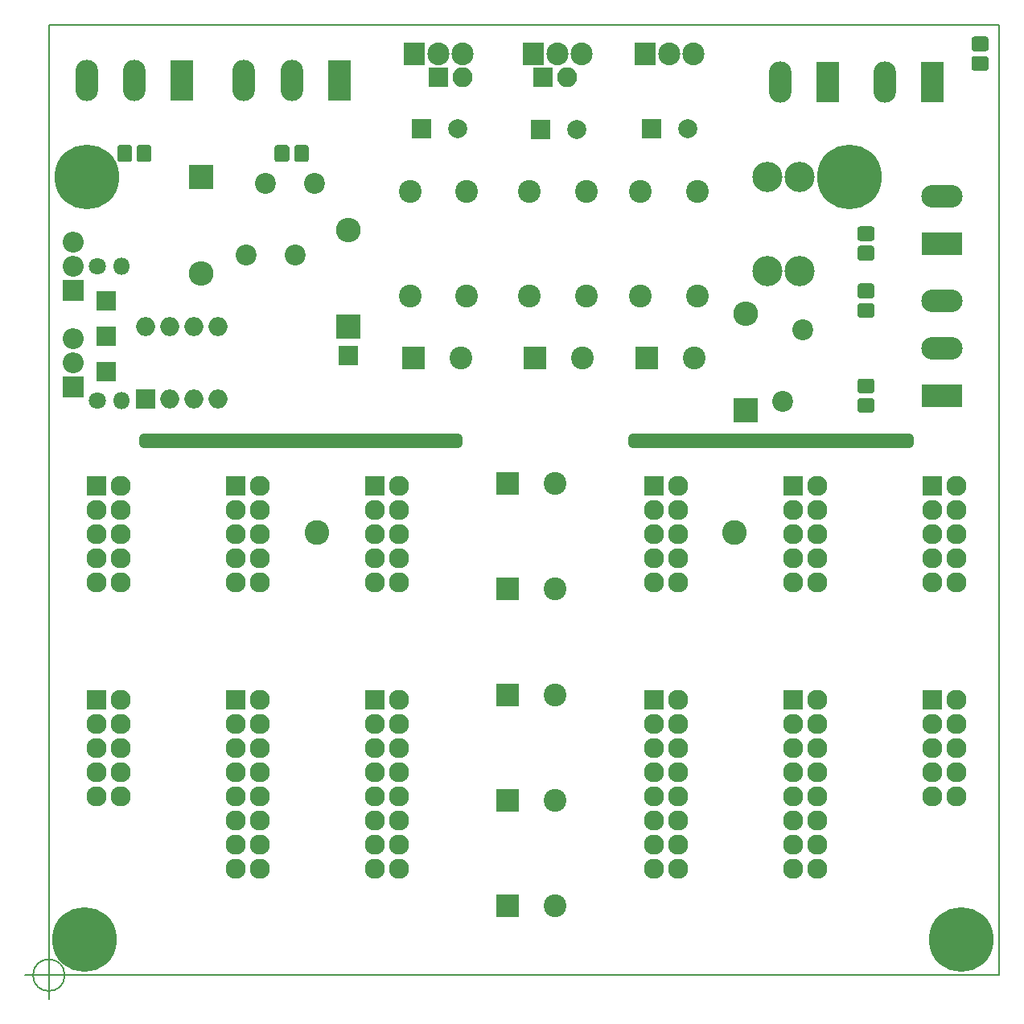
<source format=gbr>
%TF.GenerationSoftware,KiCad,Pcbnew,(5.0.0)*%
%TF.CreationDate,2019-01-15T18:54:47+01:00*%
%TF.ProjectId,KicadEuropower,4B696361644575726F706F7765722E6B,Rev B*%
%TF.SameCoordinates,Original*%
%TF.FileFunction,Soldermask,Top*%
%TF.FilePolarity,Negative*%
%FSLAX46Y46*%
G04 Gerber Fmt 4.6, Leading zero omitted, Abs format (unit mm)*
G04 Created by KiCad (PCBNEW (5.0.0)) date 01/15/19 18:54:47*
%MOMM*%
%LPD*%
G01*
G04 APERTURE LIST*
%ADD10C,1.000000*%
%ADD11C,0.150000*%
%ADD12C,0.200000*%
%ADD13C,2.600000*%
%ADD14C,1.200000*%
%ADD15C,6.800000*%
%ADD16C,3.180000*%
%ADD17R,2.127200X2.127200*%
%ADD18O,2.127200X2.127200*%
%ADD19C,2.200000*%
%ADD20C,2.000000*%
%ADD21R,2.000000X2.000000*%
%ADD22C,2.398980*%
%ADD23O,2.380000X4.360000*%
%ADD24R,2.380000X4.360000*%
%ADD25R,4.360000X2.380000*%
%ADD26O,4.360000X2.380000*%
%ADD27R,2.305000X2.400000*%
%ADD28O,2.305000X2.400000*%
%ADD29O,2.600000X2.600000*%
%ADD30R,2.600000X2.600000*%
%ADD31C,1.550000*%
%ADD32C,2.400000*%
%ADD33R,2.400000X2.400000*%
%ADD34O,2.200000X2.200000*%
%ADD35R,2.200000X2.200000*%
%ADD36O,1.800000X1.800000*%
%ADD37C,1.800000*%
%ADD38O,2.000000X2.000000*%
%ADD39R,2.100000X2.100000*%
%ADD40O,2.100000X2.100000*%
G04 APERTURE END LIST*
D10*
X161500000Y-94000000D02*
X161500000Y-93500000D01*
X161500000Y-93500000D02*
X190500000Y-93500000D01*
X190500000Y-94000000D02*
X161500000Y-94000000D01*
X190500000Y-93500000D02*
X190500000Y-94000000D01*
X110000000Y-94000000D02*
X110000000Y-93500000D01*
X143000000Y-94000000D02*
X110000000Y-94000000D01*
X143000000Y-93500000D02*
X143000000Y-94000000D01*
X110000000Y-93500000D02*
X143000000Y-93500000D01*
D11*
X101666666Y-150000000D02*
G75*
G03X101666666Y-150000000I-1666666J0D01*
G01*
X97500000Y-150000000D02*
X102500000Y-150000000D01*
X100000000Y-147500000D02*
X100000000Y-152500000D01*
D12*
X200000000Y-50000000D02*
X100000000Y-50000000D01*
X200000000Y-150000000D02*
X200000000Y-50000000D01*
X100000000Y-150000000D02*
X200000000Y-150000000D01*
X100000000Y-50000000D02*
X100000000Y-150000000D01*
D13*
X128200000Y-103400000D03*
D14*
X185947056Y-64302944D03*
X184250000Y-63600000D03*
X182552944Y-64302944D03*
X181850000Y-66000000D03*
X182552944Y-67697056D03*
X184250000Y-68400000D03*
X185947056Y-67697056D03*
X186650000Y-66000000D03*
D15*
X184250000Y-66000000D03*
X104000000Y-66000000D03*
D14*
X106400000Y-66000000D03*
X105697056Y-67697056D03*
X104000000Y-68400000D03*
X102302944Y-67697056D03*
X101600000Y-66000000D03*
X102302944Y-64302944D03*
X104000000Y-63600000D03*
X105697056Y-64302944D03*
D15*
X196000000Y-146250000D03*
D14*
X198400000Y-146250000D03*
X197697056Y-147947056D03*
X196000000Y-148650000D03*
X194302944Y-147947056D03*
X193600000Y-146250000D03*
X194302944Y-144552944D03*
X196000000Y-143850000D03*
X197697056Y-144552944D03*
D16*
X179000000Y-66000000D03*
X175600000Y-66000000D03*
X179000000Y-75920000D03*
X175600000Y-75920000D03*
D17*
X178333330Y-98535001D03*
D18*
X180873330Y-98535001D03*
X178333330Y-101075001D03*
X180873330Y-101075001D03*
X178333330Y-103615001D03*
X180873330Y-103615001D03*
X178333330Y-106155001D03*
X180873330Y-106155001D03*
X178333330Y-108695001D03*
X180873330Y-108695001D03*
D17*
X163666664Y-121000000D03*
D18*
X166206664Y-121000000D03*
X163666664Y-123540000D03*
X166206664Y-123540000D03*
X163666664Y-126080000D03*
X166206664Y-126080000D03*
X163666664Y-128620000D03*
X166206664Y-128620000D03*
X163666664Y-131160000D03*
X166206664Y-131160000D03*
X163666664Y-133700000D03*
X166206664Y-133700000D03*
X163666664Y-136240000D03*
X166206664Y-136240000D03*
X163666664Y-138780000D03*
X166206664Y-138780000D03*
X195540000Y-108695001D03*
X193000000Y-108695001D03*
X195540000Y-106155001D03*
X193000000Y-106155001D03*
X195540000Y-103615001D03*
X193000000Y-103615001D03*
X195540000Y-101075001D03*
X193000000Y-101075001D03*
X195540000Y-98535001D03*
D17*
X193000000Y-98535001D03*
D18*
X122206666Y-138780000D03*
X119666666Y-138780000D03*
X122206666Y-136240000D03*
X119666666Y-136240000D03*
X122206666Y-133700000D03*
X119666666Y-133700000D03*
X122206666Y-131160000D03*
X119666666Y-131160000D03*
X122206666Y-128620000D03*
X119666666Y-128620000D03*
X122206666Y-126080000D03*
X119666666Y-126080000D03*
X122206666Y-123540000D03*
X119666666Y-123540000D03*
X122206666Y-121000000D03*
D17*
X119666666Y-121000000D03*
X193000000Y-121000000D03*
D18*
X195540000Y-121000000D03*
X193000000Y-123540000D03*
X195540000Y-123540000D03*
X193000000Y-126080000D03*
X195540000Y-126080000D03*
X193000000Y-128620000D03*
X195540000Y-128620000D03*
X193000000Y-131160000D03*
X195540000Y-131160000D03*
D17*
X134333332Y-121000000D03*
D18*
X136873332Y-121000000D03*
X134333332Y-123540000D03*
X136873332Y-123540000D03*
X134333332Y-126080000D03*
X136873332Y-126080000D03*
X134333332Y-128620000D03*
X136873332Y-128620000D03*
X134333332Y-131160000D03*
X136873332Y-131160000D03*
X134333332Y-133700000D03*
X136873332Y-133700000D03*
X134333332Y-136240000D03*
X136873332Y-136240000D03*
X134333332Y-138780000D03*
X136873332Y-138780000D03*
X107540000Y-108695001D03*
X105000000Y-108695001D03*
X107540000Y-106155001D03*
X105000000Y-106155001D03*
X107540000Y-103615001D03*
X105000000Y-103615001D03*
X107540000Y-101075001D03*
X105000000Y-101075001D03*
X107540000Y-98535001D03*
D17*
X105000000Y-98535001D03*
D18*
X180873330Y-138780000D03*
X178333330Y-138780000D03*
X180873330Y-136240000D03*
X178333330Y-136240000D03*
X180873330Y-133700000D03*
X178333330Y-133700000D03*
X180873330Y-131160000D03*
X178333330Y-131160000D03*
X180873330Y-128620000D03*
X178333330Y-128620000D03*
X180873330Y-126080000D03*
X178333330Y-126080000D03*
X180873330Y-123540000D03*
X178333330Y-123540000D03*
X180873330Y-121000000D03*
D17*
X178333330Y-121000000D03*
D18*
X166206664Y-108695001D03*
X163666664Y-108695001D03*
X166206664Y-106155001D03*
X163666664Y-106155001D03*
X166206664Y-103615001D03*
X163666664Y-103615001D03*
X166206664Y-101075001D03*
X163666664Y-101075001D03*
X166206664Y-98535001D03*
D17*
X163666664Y-98535001D03*
X119666666Y-98535001D03*
D18*
X122206666Y-98535001D03*
X119666666Y-101075001D03*
X122206666Y-101075001D03*
X119666666Y-103615001D03*
X122206666Y-103615001D03*
X119666666Y-106155001D03*
X122206666Y-106155001D03*
X119666666Y-108695001D03*
X122206666Y-108695001D03*
X107540000Y-131160000D03*
X105000000Y-131160000D03*
X107540000Y-128620000D03*
X105000000Y-128620000D03*
X107540000Y-126080000D03*
X105000000Y-126080000D03*
X107540000Y-123540000D03*
X105000000Y-123540000D03*
X107540000Y-121000000D03*
D17*
X105000000Y-121000000D03*
X134290000Y-98535001D03*
D18*
X136830000Y-98535001D03*
X134290000Y-101075001D03*
X136830000Y-101075001D03*
X134290000Y-103615001D03*
X136830000Y-103615001D03*
X134290000Y-106155001D03*
X136830000Y-106155001D03*
X134290000Y-108695001D03*
X136830000Y-108695001D03*
D19*
X179324696Y-82089161D03*
X177274696Y-89589161D03*
D20*
X155537349Y-61000000D03*
D21*
X151737349Y-61000000D03*
X163467349Y-60890000D03*
D20*
X167267349Y-60890000D03*
D21*
X139197349Y-60890000D03*
D20*
X142997349Y-60890000D03*
D22*
X156539740Y-78499100D03*
X156539740Y-67500900D03*
X150540260Y-78499100D03*
X150540260Y-67500900D03*
X168269740Y-78499100D03*
X168269740Y-67500900D03*
X162270260Y-78499100D03*
X162270260Y-67500900D03*
X138000260Y-67500900D03*
X138000260Y-78499100D03*
X143999740Y-67500900D03*
X143999740Y-78499100D03*
D23*
X177000000Y-56000000D03*
D24*
X182000000Y-56000000D03*
X193000000Y-56000000D03*
D23*
X188000000Y-56000000D03*
D25*
X194000000Y-73000000D03*
D26*
X194000000Y-68000000D03*
D24*
X114000000Y-55816585D03*
D23*
X109000000Y-55816585D03*
X104000000Y-55816585D03*
X120553224Y-55816585D03*
X125553224Y-55816585D03*
D24*
X130553224Y-55816585D03*
D25*
X194000000Y-89000000D03*
D26*
X194000000Y-84000000D03*
X194000000Y-79000000D03*
D19*
X128000000Y-66700000D03*
X125950000Y-74200000D03*
X122796854Y-66700000D03*
X120746854Y-74200000D03*
D27*
X151000000Y-53000000D03*
D28*
X153540000Y-53000000D03*
X156080000Y-53000000D03*
D27*
X162730000Y-53000000D03*
D28*
X165270000Y-53000000D03*
X167810000Y-53000000D03*
X143540000Y-53000000D03*
X141000000Y-53000000D03*
D27*
X138460000Y-53000000D03*
D29*
X131500000Y-71590000D03*
D30*
X131500000Y-81750000D03*
X173324696Y-90500000D03*
D29*
X173324696Y-80340000D03*
D11*
G36*
X198596071Y-53251623D02*
X198628781Y-53256475D01*
X198660857Y-53264509D01*
X198691991Y-53275649D01*
X198721884Y-53289787D01*
X198750247Y-53306787D01*
X198776807Y-53326485D01*
X198801308Y-53348692D01*
X198823515Y-53373193D01*
X198843213Y-53399753D01*
X198860213Y-53428116D01*
X198874351Y-53458009D01*
X198885491Y-53489143D01*
X198893525Y-53521219D01*
X198898377Y-53553929D01*
X198900000Y-53586956D01*
X198900000Y-54463044D01*
X198898377Y-54496071D01*
X198893525Y-54528781D01*
X198885491Y-54560857D01*
X198874351Y-54591991D01*
X198860213Y-54621884D01*
X198843213Y-54650247D01*
X198823515Y-54676807D01*
X198801308Y-54701308D01*
X198776807Y-54723515D01*
X198750247Y-54743213D01*
X198721884Y-54760213D01*
X198691991Y-54774351D01*
X198660857Y-54785491D01*
X198628781Y-54793525D01*
X198596071Y-54798377D01*
X198563044Y-54800000D01*
X197436956Y-54800000D01*
X197403929Y-54798377D01*
X197371219Y-54793525D01*
X197339143Y-54785491D01*
X197308009Y-54774351D01*
X197278116Y-54760213D01*
X197249753Y-54743213D01*
X197223193Y-54723515D01*
X197198692Y-54701308D01*
X197176485Y-54676807D01*
X197156787Y-54650247D01*
X197139787Y-54621884D01*
X197125649Y-54591991D01*
X197114509Y-54560857D01*
X197106475Y-54528781D01*
X197101623Y-54496071D01*
X197100000Y-54463044D01*
X197100000Y-53586956D01*
X197101623Y-53553929D01*
X197106475Y-53521219D01*
X197114509Y-53489143D01*
X197125649Y-53458009D01*
X197139787Y-53428116D01*
X197156787Y-53399753D01*
X197176485Y-53373193D01*
X197198692Y-53348692D01*
X197223193Y-53326485D01*
X197249753Y-53306787D01*
X197278116Y-53289787D01*
X197308009Y-53275649D01*
X197339143Y-53264509D01*
X197371219Y-53256475D01*
X197403929Y-53251623D01*
X197436956Y-53250000D01*
X198563044Y-53250000D01*
X198596071Y-53251623D01*
X198596071Y-53251623D01*
G37*
D31*
X198000000Y-54025000D03*
D11*
G36*
X198596071Y-51201623D02*
X198628781Y-51206475D01*
X198660857Y-51214509D01*
X198691991Y-51225649D01*
X198721884Y-51239787D01*
X198750247Y-51256787D01*
X198776807Y-51276485D01*
X198801308Y-51298692D01*
X198823515Y-51323193D01*
X198843213Y-51349753D01*
X198860213Y-51378116D01*
X198874351Y-51408009D01*
X198885491Y-51439143D01*
X198893525Y-51471219D01*
X198898377Y-51503929D01*
X198900000Y-51536956D01*
X198900000Y-52413044D01*
X198898377Y-52446071D01*
X198893525Y-52478781D01*
X198885491Y-52510857D01*
X198874351Y-52541991D01*
X198860213Y-52571884D01*
X198843213Y-52600247D01*
X198823515Y-52626807D01*
X198801308Y-52651308D01*
X198776807Y-52673515D01*
X198750247Y-52693213D01*
X198721884Y-52710213D01*
X198691991Y-52724351D01*
X198660857Y-52735491D01*
X198628781Y-52743525D01*
X198596071Y-52748377D01*
X198563044Y-52750000D01*
X197436956Y-52750000D01*
X197403929Y-52748377D01*
X197371219Y-52743525D01*
X197339143Y-52735491D01*
X197308009Y-52724351D01*
X197278116Y-52710213D01*
X197249753Y-52693213D01*
X197223193Y-52673515D01*
X197198692Y-52651308D01*
X197176485Y-52626807D01*
X197156787Y-52600247D01*
X197139787Y-52571884D01*
X197125649Y-52541991D01*
X197114509Y-52510857D01*
X197106475Y-52478781D01*
X197101623Y-52446071D01*
X197100000Y-52413044D01*
X197100000Y-51536956D01*
X197101623Y-51503929D01*
X197106475Y-51471219D01*
X197114509Y-51439143D01*
X197125649Y-51408009D01*
X197139787Y-51378116D01*
X197156787Y-51349753D01*
X197176485Y-51323193D01*
X197198692Y-51298692D01*
X197223193Y-51276485D01*
X197249753Y-51256787D01*
X197278116Y-51239787D01*
X197308009Y-51225649D01*
X197339143Y-51214509D01*
X197371219Y-51206475D01*
X197403929Y-51201623D01*
X197436956Y-51200000D01*
X198563044Y-51200000D01*
X198596071Y-51201623D01*
X198596071Y-51201623D01*
G37*
D31*
X198000000Y-51975000D03*
D11*
G36*
X124999295Y-62617569D02*
X125032005Y-62622421D01*
X125064081Y-62630455D01*
X125095215Y-62641595D01*
X125125108Y-62655733D01*
X125153471Y-62672733D01*
X125180031Y-62692431D01*
X125204532Y-62714638D01*
X125226739Y-62739139D01*
X125246437Y-62765699D01*
X125263437Y-62794062D01*
X125277575Y-62823955D01*
X125288715Y-62855089D01*
X125296749Y-62887165D01*
X125301601Y-62919875D01*
X125303224Y-62952902D01*
X125303224Y-64078990D01*
X125301601Y-64112017D01*
X125296749Y-64144727D01*
X125288715Y-64176803D01*
X125277575Y-64207937D01*
X125263437Y-64237830D01*
X125246437Y-64266193D01*
X125226739Y-64292753D01*
X125204532Y-64317254D01*
X125180031Y-64339461D01*
X125153471Y-64359159D01*
X125125108Y-64376159D01*
X125095215Y-64390297D01*
X125064081Y-64401437D01*
X125032005Y-64409471D01*
X124999295Y-64414323D01*
X124966268Y-64415946D01*
X124090180Y-64415946D01*
X124057153Y-64414323D01*
X124024443Y-64409471D01*
X123992367Y-64401437D01*
X123961233Y-64390297D01*
X123931340Y-64376159D01*
X123902977Y-64359159D01*
X123876417Y-64339461D01*
X123851916Y-64317254D01*
X123829709Y-64292753D01*
X123810011Y-64266193D01*
X123793011Y-64237830D01*
X123778873Y-64207937D01*
X123767733Y-64176803D01*
X123759699Y-64144727D01*
X123754847Y-64112017D01*
X123753224Y-64078990D01*
X123753224Y-62952902D01*
X123754847Y-62919875D01*
X123759699Y-62887165D01*
X123767733Y-62855089D01*
X123778873Y-62823955D01*
X123793011Y-62794062D01*
X123810011Y-62765699D01*
X123829709Y-62739139D01*
X123851916Y-62714638D01*
X123876417Y-62692431D01*
X123902977Y-62672733D01*
X123931340Y-62655733D01*
X123961233Y-62641595D01*
X123992367Y-62630455D01*
X124024443Y-62622421D01*
X124057153Y-62617569D01*
X124090180Y-62615946D01*
X124966268Y-62615946D01*
X124999295Y-62617569D01*
X124999295Y-62617569D01*
G37*
D31*
X124528224Y-63515946D03*
D11*
G36*
X127049295Y-62617569D02*
X127082005Y-62622421D01*
X127114081Y-62630455D01*
X127145215Y-62641595D01*
X127175108Y-62655733D01*
X127203471Y-62672733D01*
X127230031Y-62692431D01*
X127254532Y-62714638D01*
X127276739Y-62739139D01*
X127296437Y-62765699D01*
X127313437Y-62794062D01*
X127327575Y-62823955D01*
X127338715Y-62855089D01*
X127346749Y-62887165D01*
X127351601Y-62919875D01*
X127353224Y-62952902D01*
X127353224Y-64078990D01*
X127351601Y-64112017D01*
X127346749Y-64144727D01*
X127338715Y-64176803D01*
X127327575Y-64207937D01*
X127313437Y-64237830D01*
X127296437Y-64266193D01*
X127276739Y-64292753D01*
X127254532Y-64317254D01*
X127230031Y-64339461D01*
X127203471Y-64359159D01*
X127175108Y-64376159D01*
X127145215Y-64390297D01*
X127114081Y-64401437D01*
X127082005Y-64409471D01*
X127049295Y-64414323D01*
X127016268Y-64415946D01*
X126140180Y-64415946D01*
X126107153Y-64414323D01*
X126074443Y-64409471D01*
X126042367Y-64401437D01*
X126011233Y-64390297D01*
X125981340Y-64376159D01*
X125952977Y-64359159D01*
X125926417Y-64339461D01*
X125901916Y-64317254D01*
X125879709Y-64292753D01*
X125860011Y-64266193D01*
X125843011Y-64237830D01*
X125828873Y-64207937D01*
X125817733Y-64176803D01*
X125809699Y-64144727D01*
X125804847Y-64112017D01*
X125803224Y-64078990D01*
X125803224Y-62952902D01*
X125804847Y-62919875D01*
X125809699Y-62887165D01*
X125817733Y-62855089D01*
X125828873Y-62823955D01*
X125843011Y-62794062D01*
X125860011Y-62765699D01*
X125879709Y-62739139D01*
X125901916Y-62714638D01*
X125926417Y-62692431D01*
X125952977Y-62672733D01*
X125981340Y-62655733D01*
X126011233Y-62641595D01*
X126042367Y-62630455D01*
X126074443Y-62622421D01*
X126107153Y-62617569D01*
X126140180Y-62615946D01*
X127016268Y-62615946D01*
X127049295Y-62617569D01*
X127049295Y-62617569D01*
G37*
D31*
X126578224Y-63515946D03*
D11*
G36*
X110496071Y-62617569D02*
X110528781Y-62622421D01*
X110560857Y-62630455D01*
X110591991Y-62641595D01*
X110621884Y-62655733D01*
X110650247Y-62672733D01*
X110676807Y-62692431D01*
X110701308Y-62714638D01*
X110723515Y-62739139D01*
X110743213Y-62765699D01*
X110760213Y-62794062D01*
X110774351Y-62823955D01*
X110785491Y-62855089D01*
X110793525Y-62887165D01*
X110798377Y-62919875D01*
X110800000Y-62952902D01*
X110800000Y-64078990D01*
X110798377Y-64112017D01*
X110793525Y-64144727D01*
X110785491Y-64176803D01*
X110774351Y-64207937D01*
X110760213Y-64237830D01*
X110743213Y-64266193D01*
X110723515Y-64292753D01*
X110701308Y-64317254D01*
X110676807Y-64339461D01*
X110650247Y-64359159D01*
X110621884Y-64376159D01*
X110591991Y-64390297D01*
X110560857Y-64401437D01*
X110528781Y-64409471D01*
X110496071Y-64414323D01*
X110463044Y-64415946D01*
X109586956Y-64415946D01*
X109553929Y-64414323D01*
X109521219Y-64409471D01*
X109489143Y-64401437D01*
X109458009Y-64390297D01*
X109428116Y-64376159D01*
X109399753Y-64359159D01*
X109373193Y-64339461D01*
X109348692Y-64317254D01*
X109326485Y-64292753D01*
X109306787Y-64266193D01*
X109289787Y-64237830D01*
X109275649Y-64207937D01*
X109264509Y-64176803D01*
X109256475Y-64144727D01*
X109251623Y-64112017D01*
X109250000Y-64078990D01*
X109250000Y-62952902D01*
X109251623Y-62919875D01*
X109256475Y-62887165D01*
X109264509Y-62855089D01*
X109275649Y-62823955D01*
X109289787Y-62794062D01*
X109306787Y-62765699D01*
X109326485Y-62739139D01*
X109348692Y-62714638D01*
X109373193Y-62692431D01*
X109399753Y-62672733D01*
X109428116Y-62655733D01*
X109458009Y-62641595D01*
X109489143Y-62630455D01*
X109521219Y-62622421D01*
X109553929Y-62617569D01*
X109586956Y-62615946D01*
X110463044Y-62615946D01*
X110496071Y-62617569D01*
X110496071Y-62617569D01*
G37*
D31*
X110025000Y-63515946D03*
D11*
G36*
X108446071Y-62617569D02*
X108478781Y-62622421D01*
X108510857Y-62630455D01*
X108541991Y-62641595D01*
X108571884Y-62655733D01*
X108600247Y-62672733D01*
X108626807Y-62692431D01*
X108651308Y-62714638D01*
X108673515Y-62739139D01*
X108693213Y-62765699D01*
X108710213Y-62794062D01*
X108724351Y-62823955D01*
X108735491Y-62855089D01*
X108743525Y-62887165D01*
X108748377Y-62919875D01*
X108750000Y-62952902D01*
X108750000Y-64078990D01*
X108748377Y-64112017D01*
X108743525Y-64144727D01*
X108735491Y-64176803D01*
X108724351Y-64207937D01*
X108710213Y-64237830D01*
X108693213Y-64266193D01*
X108673515Y-64292753D01*
X108651308Y-64317254D01*
X108626807Y-64339461D01*
X108600247Y-64359159D01*
X108571884Y-64376159D01*
X108541991Y-64390297D01*
X108510857Y-64401437D01*
X108478781Y-64409471D01*
X108446071Y-64414323D01*
X108413044Y-64415946D01*
X107536956Y-64415946D01*
X107503929Y-64414323D01*
X107471219Y-64409471D01*
X107439143Y-64401437D01*
X107408009Y-64390297D01*
X107378116Y-64376159D01*
X107349753Y-64359159D01*
X107323193Y-64339461D01*
X107298692Y-64317254D01*
X107276485Y-64292753D01*
X107256787Y-64266193D01*
X107239787Y-64237830D01*
X107225649Y-64207937D01*
X107214509Y-64176803D01*
X107206475Y-64144727D01*
X107201623Y-64112017D01*
X107200000Y-64078990D01*
X107200000Y-62952902D01*
X107201623Y-62919875D01*
X107206475Y-62887165D01*
X107214509Y-62855089D01*
X107225649Y-62823955D01*
X107239787Y-62794062D01*
X107256787Y-62765699D01*
X107276485Y-62739139D01*
X107298692Y-62714638D01*
X107323193Y-62692431D01*
X107349753Y-62672733D01*
X107378116Y-62655733D01*
X107408009Y-62641595D01*
X107439143Y-62630455D01*
X107471219Y-62622421D01*
X107503929Y-62617569D01*
X107536956Y-62615946D01*
X108413044Y-62615946D01*
X108446071Y-62617569D01*
X108446071Y-62617569D01*
G37*
D31*
X107975000Y-63515946D03*
D30*
X116000000Y-66000000D03*
D29*
X116000000Y-76160000D03*
D11*
G36*
X186596071Y-87201623D02*
X186628781Y-87206475D01*
X186660857Y-87214509D01*
X186691991Y-87225649D01*
X186721884Y-87239787D01*
X186750247Y-87256787D01*
X186776807Y-87276485D01*
X186801308Y-87298692D01*
X186823515Y-87323193D01*
X186843213Y-87349753D01*
X186860213Y-87378116D01*
X186874351Y-87408009D01*
X186885491Y-87439143D01*
X186893525Y-87471219D01*
X186898377Y-87503929D01*
X186900000Y-87536956D01*
X186900000Y-88413044D01*
X186898377Y-88446071D01*
X186893525Y-88478781D01*
X186885491Y-88510857D01*
X186874351Y-88541991D01*
X186860213Y-88571884D01*
X186843213Y-88600247D01*
X186823515Y-88626807D01*
X186801308Y-88651308D01*
X186776807Y-88673515D01*
X186750247Y-88693213D01*
X186721884Y-88710213D01*
X186691991Y-88724351D01*
X186660857Y-88735491D01*
X186628781Y-88743525D01*
X186596071Y-88748377D01*
X186563044Y-88750000D01*
X185436956Y-88750000D01*
X185403929Y-88748377D01*
X185371219Y-88743525D01*
X185339143Y-88735491D01*
X185308009Y-88724351D01*
X185278116Y-88710213D01*
X185249753Y-88693213D01*
X185223193Y-88673515D01*
X185198692Y-88651308D01*
X185176485Y-88626807D01*
X185156787Y-88600247D01*
X185139787Y-88571884D01*
X185125649Y-88541991D01*
X185114509Y-88510857D01*
X185106475Y-88478781D01*
X185101623Y-88446071D01*
X185100000Y-88413044D01*
X185100000Y-87536956D01*
X185101623Y-87503929D01*
X185106475Y-87471219D01*
X185114509Y-87439143D01*
X185125649Y-87408009D01*
X185139787Y-87378116D01*
X185156787Y-87349753D01*
X185176485Y-87323193D01*
X185198692Y-87298692D01*
X185223193Y-87276485D01*
X185249753Y-87256787D01*
X185278116Y-87239787D01*
X185308009Y-87225649D01*
X185339143Y-87214509D01*
X185371219Y-87206475D01*
X185403929Y-87201623D01*
X185436956Y-87200000D01*
X186563044Y-87200000D01*
X186596071Y-87201623D01*
X186596071Y-87201623D01*
G37*
D31*
X186000000Y-87975000D03*
D11*
G36*
X186596071Y-89251623D02*
X186628781Y-89256475D01*
X186660857Y-89264509D01*
X186691991Y-89275649D01*
X186721884Y-89289787D01*
X186750247Y-89306787D01*
X186776807Y-89326485D01*
X186801308Y-89348692D01*
X186823515Y-89373193D01*
X186843213Y-89399753D01*
X186860213Y-89428116D01*
X186874351Y-89458009D01*
X186885491Y-89489143D01*
X186893525Y-89521219D01*
X186898377Y-89553929D01*
X186900000Y-89586956D01*
X186900000Y-90463044D01*
X186898377Y-90496071D01*
X186893525Y-90528781D01*
X186885491Y-90560857D01*
X186874351Y-90591991D01*
X186860213Y-90621884D01*
X186843213Y-90650247D01*
X186823515Y-90676807D01*
X186801308Y-90701308D01*
X186776807Y-90723515D01*
X186750247Y-90743213D01*
X186721884Y-90760213D01*
X186691991Y-90774351D01*
X186660857Y-90785491D01*
X186628781Y-90793525D01*
X186596071Y-90798377D01*
X186563044Y-90800000D01*
X185436956Y-90800000D01*
X185403929Y-90798377D01*
X185371219Y-90793525D01*
X185339143Y-90785491D01*
X185308009Y-90774351D01*
X185278116Y-90760213D01*
X185249753Y-90743213D01*
X185223193Y-90723515D01*
X185198692Y-90701308D01*
X185176485Y-90676807D01*
X185156787Y-90650247D01*
X185139787Y-90621884D01*
X185125649Y-90591991D01*
X185114509Y-90560857D01*
X185106475Y-90528781D01*
X185101623Y-90496071D01*
X185100000Y-90463044D01*
X185100000Y-89586956D01*
X185101623Y-89553929D01*
X185106475Y-89521219D01*
X185114509Y-89489143D01*
X185125649Y-89458009D01*
X185139787Y-89428116D01*
X185156787Y-89399753D01*
X185176485Y-89373193D01*
X185198692Y-89348692D01*
X185223193Y-89326485D01*
X185249753Y-89306787D01*
X185278116Y-89289787D01*
X185308009Y-89275649D01*
X185339143Y-89264509D01*
X185371219Y-89256475D01*
X185403929Y-89251623D01*
X185436956Y-89250000D01*
X186563044Y-89250000D01*
X186596071Y-89251623D01*
X186596071Y-89251623D01*
G37*
D31*
X186000000Y-90025000D03*
D11*
G36*
X186596071Y-79251623D02*
X186628781Y-79256475D01*
X186660857Y-79264509D01*
X186691991Y-79275649D01*
X186721884Y-79289787D01*
X186750247Y-79306787D01*
X186776807Y-79326485D01*
X186801308Y-79348692D01*
X186823515Y-79373193D01*
X186843213Y-79399753D01*
X186860213Y-79428116D01*
X186874351Y-79458009D01*
X186885491Y-79489143D01*
X186893525Y-79521219D01*
X186898377Y-79553929D01*
X186900000Y-79586956D01*
X186900000Y-80463044D01*
X186898377Y-80496071D01*
X186893525Y-80528781D01*
X186885491Y-80560857D01*
X186874351Y-80591991D01*
X186860213Y-80621884D01*
X186843213Y-80650247D01*
X186823515Y-80676807D01*
X186801308Y-80701308D01*
X186776807Y-80723515D01*
X186750247Y-80743213D01*
X186721884Y-80760213D01*
X186691991Y-80774351D01*
X186660857Y-80785491D01*
X186628781Y-80793525D01*
X186596071Y-80798377D01*
X186563044Y-80800000D01*
X185436956Y-80800000D01*
X185403929Y-80798377D01*
X185371219Y-80793525D01*
X185339143Y-80785491D01*
X185308009Y-80774351D01*
X185278116Y-80760213D01*
X185249753Y-80743213D01*
X185223193Y-80723515D01*
X185198692Y-80701308D01*
X185176485Y-80676807D01*
X185156787Y-80650247D01*
X185139787Y-80621884D01*
X185125649Y-80591991D01*
X185114509Y-80560857D01*
X185106475Y-80528781D01*
X185101623Y-80496071D01*
X185100000Y-80463044D01*
X185100000Y-79586956D01*
X185101623Y-79553929D01*
X185106475Y-79521219D01*
X185114509Y-79489143D01*
X185125649Y-79458009D01*
X185139787Y-79428116D01*
X185156787Y-79399753D01*
X185176485Y-79373193D01*
X185198692Y-79348692D01*
X185223193Y-79326485D01*
X185249753Y-79306787D01*
X185278116Y-79289787D01*
X185308009Y-79275649D01*
X185339143Y-79264509D01*
X185371219Y-79256475D01*
X185403929Y-79251623D01*
X185436956Y-79250000D01*
X186563044Y-79250000D01*
X186596071Y-79251623D01*
X186596071Y-79251623D01*
G37*
D31*
X186000000Y-80025000D03*
D11*
G36*
X186596071Y-77201623D02*
X186628781Y-77206475D01*
X186660857Y-77214509D01*
X186691991Y-77225649D01*
X186721884Y-77239787D01*
X186750247Y-77256787D01*
X186776807Y-77276485D01*
X186801308Y-77298692D01*
X186823515Y-77323193D01*
X186843213Y-77349753D01*
X186860213Y-77378116D01*
X186874351Y-77408009D01*
X186885491Y-77439143D01*
X186893525Y-77471219D01*
X186898377Y-77503929D01*
X186900000Y-77536956D01*
X186900000Y-78413044D01*
X186898377Y-78446071D01*
X186893525Y-78478781D01*
X186885491Y-78510857D01*
X186874351Y-78541991D01*
X186860213Y-78571884D01*
X186843213Y-78600247D01*
X186823515Y-78626807D01*
X186801308Y-78651308D01*
X186776807Y-78673515D01*
X186750247Y-78693213D01*
X186721884Y-78710213D01*
X186691991Y-78724351D01*
X186660857Y-78735491D01*
X186628781Y-78743525D01*
X186596071Y-78748377D01*
X186563044Y-78750000D01*
X185436956Y-78750000D01*
X185403929Y-78748377D01*
X185371219Y-78743525D01*
X185339143Y-78735491D01*
X185308009Y-78724351D01*
X185278116Y-78710213D01*
X185249753Y-78693213D01*
X185223193Y-78673515D01*
X185198692Y-78651308D01*
X185176485Y-78626807D01*
X185156787Y-78600247D01*
X185139787Y-78571884D01*
X185125649Y-78541991D01*
X185114509Y-78510857D01*
X185106475Y-78478781D01*
X185101623Y-78446071D01*
X185100000Y-78413044D01*
X185100000Y-77536956D01*
X185101623Y-77503929D01*
X185106475Y-77471219D01*
X185114509Y-77439143D01*
X185125649Y-77408009D01*
X185139787Y-77378116D01*
X185156787Y-77349753D01*
X185176485Y-77323193D01*
X185198692Y-77298692D01*
X185223193Y-77276485D01*
X185249753Y-77256787D01*
X185278116Y-77239787D01*
X185308009Y-77225649D01*
X185339143Y-77214509D01*
X185371219Y-77206475D01*
X185403929Y-77201623D01*
X185436956Y-77200000D01*
X186563044Y-77200000D01*
X186596071Y-77201623D01*
X186596071Y-77201623D01*
G37*
D31*
X186000000Y-77975000D03*
D11*
G36*
X186596071Y-73226623D02*
X186628781Y-73231475D01*
X186660857Y-73239509D01*
X186691991Y-73250649D01*
X186721884Y-73264787D01*
X186750247Y-73281787D01*
X186776807Y-73301485D01*
X186801308Y-73323692D01*
X186823515Y-73348193D01*
X186843213Y-73374753D01*
X186860213Y-73403116D01*
X186874351Y-73433009D01*
X186885491Y-73464143D01*
X186893525Y-73496219D01*
X186898377Y-73528929D01*
X186900000Y-73561956D01*
X186900000Y-74438044D01*
X186898377Y-74471071D01*
X186893525Y-74503781D01*
X186885491Y-74535857D01*
X186874351Y-74566991D01*
X186860213Y-74596884D01*
X186843213Y-74625247D01*
X186823515Y-74651807D01*
X186801308Y-74676308D01*
X186776807Y-74698515D01*
X186750247Y-74718213D01*
X186721884Y-74735213D01*
X186691991Y-74749351D01*
X186660857Y-74760491D01*
X186628781Y-74768525D01*
X186596071Y-74773377D01*
X186563044Y-74775000D01*
X185436956Y-74775000D01*
X185403929Y-74773377D01*
X185371219Y-74768525D01*
X185339143Y-74760491D01*
X185308009Y-74749351D01*
X185278116Y-74735213D01*
X185249753Y-74718213D01*
X185223193Y-74698515D01*
X185198692Y-74676308D01*
X185176485Y-74651807D01*
X185156787Y-74625247D01*
X185139787Y-74596884D01*
X185125649Y-74566991D01*
X185114509Y-74535857D01*
X185106475Y-74503781D01*
X185101623Y-74471071D01*
X185100000Y-74438044D01*
X185100000Y-73561956D01*
X185101623Y-73528929D01*
X185106475Y-73496219D01*
X185114509Y-73464143D01*
X185125649Y-73433009D01*
X185139787Y-73403116D01*
X185156787Y-73374753D01*
X185176485Y-73348193D01*
X185198692Y-73323692D01*
X185223193Y-73301485D01*
X185249753Y-73281787D01*
X185278116Y-73264787D01*
X185308009Y-73250649D01*
X185339143Y-73239509D01*
X185371219Y-73231475D01*
X185403929Y-73226623D01*
X185436956Y-73225000D01*
X186563044Y-73225000D01*
X186596071Y-73226623D01*
X186596071Y-73226623D01*
G37*
D31*
X186000000Y-74000000D03*
D11*
G36*
X186596071Y-71176623D02*
X186628781Y-71181475D01*
X186660857Y-71189509D01*
X186691991Y-71200649D01*
X186721884Y-71214787D01*
X186750247Y-71231787D01*
X186776807Y-71251485D01*
X186801308Y-71273692D01*
X186823515Y-71298193D01*
X186843213Y-71324753D01*
X186860213Y-71353116D01*
X186874351Y-71383009D01*
X186885491Y-71414143D01*
X186893525Y-71446219D01*
X186898377Y-71478929D01*
X186900000Y-71511956D01*
X186900000Y-72388044D01*
X186898377Y-72421071D01*
X186893525Y-72453781D01*
X186885491Y-72485857D01*
X186874351Y-72516991D01*
X186860213Y-72546884D01*
X186843213Y-72575247D01*
X186823515Y-72601807D01*
X186801308Y-72626308D01*
X186776807Y-72648515D01*
X186750247Y-72668213D01*
X186721884Y-72685213D01*
X186691991Y-72699351D01*
X186660857Y-72710491D01*
X186628781Y-72718525D01*
X186596071Y-72723377D01*
X186563044Y-72725000D01*
X185436956Y-72725000D01*
X185403929Y-72723377D01*
X185371219Y-72718525D01*
X185339143Y-72710491D01*
X185308009Y-72699351D01*
X185278116Y-72685213D01*
X185249753Y-72668213D01*
X185223193Y-72648515D01*
X185198692Y-72626308D01*
X185176485Y-72601807D01*
X185156787Y-72575247D01*
X185139787Y-72546884D01*
X185125649Y-72516991D01*
X185114509Y-72485857D01*
X185106475Y-72453781D01*
X185101623Y-72421071D01*
X185100000Y-72388044D01*
X185100000Y-71511956D01*
X185101623Y-71478929D01*
X185106475Y-71446219D01*
X185114509Y-71414143D01*
X185125649Y-71383009D01*
X185139787Y-71353116D01*
X185156787Y-71324753D01*
X185176485Y-71298193D01*
X185198692Y-71273692D01*
X185223193Y-71251485D01*
X185249753Y-71231787D01*
X185278116Y-71214787D01*
X185308009Y-71200649D01*
X185339143Y-71189509D01*
X185371219Y-71181475D01*
X185403929Y-71176623D01*
X185436956Y-71175000D01*
X186563044Y-71175000D01*
X186596071Y-71176623D01*
X186596071Y-71176623D01*
G37*
D31*
X186000000Y-71950000D03*
D32*
X156172323Y-85000000D03*
D33*
X151172323Y-85000000D03*
X162902323Y-85020000D03*
D32*
X167902323Y-85020000D03*
D33*
X148260000Y-109372500D03*
D32*
X153260000Y-109372500D03*
X153260000Y-131597500D03*
D33*
X148260000Y-131597500D03*
D32*
X153260000Y-142710000D03*
D33*
X148260000Y-142710000D03*
X138370000Y-85020000D03*
D32*
X143370000Y-85020000D03*
X153260000Y-98260000D03*
D33*
X148260000Y-98260000D03*
X148260000Y-120485000D03*
D32*
X153260000Y-120485000D03*
D34*
X102540000Y-72860000D03*
X102540000Y-75400000D03*
D35*
X102540000Y-77940000D03*
X102540000Y-88100000D03*
D34*
X102540000Y-85560000D03*
X102540000Y-83020000D03*
D36*
X107620000Y-75400000D03*
D37*
X105080000Y-75400000D03*
X105080000Y-89500000D03*
D36*
X107620000Y-89500000D03*
D21*
X110160000Y-89370000D03*
D38*
X117780000Y-81750000D03*
X112700000Y-89370000D03*
X115240000Y-81750000D03*
X115240000Y-89370000D03*
X112700000Y-81750000D03*
X117780000Y-89370000D03*
X110160000Y-81750000D03*
D14*
X105447056Y-144552944D03*
X103750000Y-143850000D03*
X102052944Y-144552944D03*
X101350000Y-146250000D03*
X102052944Y-147947056D03*
X103750000Y-148650000D03*
X105447056Y-147947056D03*
X106150000Y-146250000D03*
D15*
X103750000Y-146250000D03*
D39*
X131500000Y-84750000D03*
X106000000Y-79000000D03*
X106000000Y-82750000D03*
X106000000Y-86500000D03*
D40*
X154540000Y-55500000D03*
D39*
X152000000Y-55500000D03*
X141000000Y-55500000D03*
D40*
X143540000Y-55500000D03*
D13*
X172200000Y-103400000D03*
M02*

</source>
